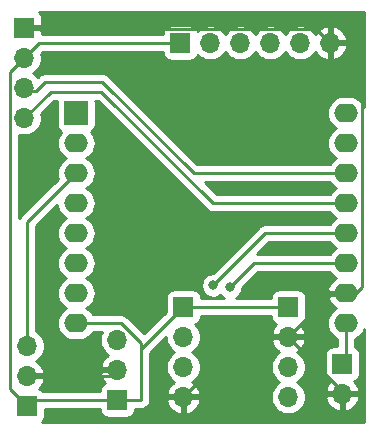
<source format=gbl>
%TF.GenerationSoftware,KiCad,Pcbnew,(5.1.6)-1*%
%TF.CreationDate,2020-09-06T13:06:38-04:00*%
%TF.ProjectId,ResQ KiCad Version,52657351-204b-4694-9361-642056657273,rev?*%
%TF.SameCoordinates,Original*%
%TF.FileFunction,Copper,L2,Bot*%
%TF.FilePolarity,Positive*%
%FSLAX46Y46*%
G04 Gerber Fmt 4.6, Leading zero omitted, Abs format (unit mm)*
G04 Created by KiCad (PCBNEW (5.1.6)-1) date 2020-09-06 13:06:38*
%MOMM*%
%LPD*%
G01*
G04 APERTURE LIST*
%TA.AperFunction,ComponentPad*%
%ADD10O,2.000000X1.600000*%
%TD*%
%TA.AperFunction,ComponentPad*%
%ADD11R,2.000000X2.000000*%
%TD*%
%TA.AperFunction,ComponentPad*%
%ADD12O,1.700000X1.700000*%
%TD*%
%TA.AperFunction,ComponentPad*%
%ADD13R,1.700000X1.700000*%
%TD*%
%TA.AperFunction,ViaPad*%
%ADD14C,0.800000*%
%TD*%
%TA.AperFunction,Conductor*%
%ADD15C,0.250000*%
%TD*%
%TA.AperFunction,Conductor*%
%ADD16C,0.254000*%
%TD*%
G04 APERTURE END LIST*
D10*
%TO.P,U1,16*%
%TO.N,TX*%
X199465001Y-117705001D03*
%TO.P,U1,15*%
%TO.N,RX*%
X199465001Y-120245001D03*
%TO.P,U1,14*%
%TO.N,SCL*%
X199465001Y-122785001D03*
%TO.P,U1,13*%
%TO.N,SDA*%
X199465001Y-125325001D03*
%TO.P,U1,12*%
%TO.N,D3*%
X199465001Y-127865001D03*
%TO.P,U1,11*%
%TO.N,D4*%
X199465001Y-130405001D03*
%TO.P,U1,10*%
%TO.N,GND*%
X199465001Y-132945001D03*
%TO.P,U1,9*%
%TO.N,5V*%
X199465001Y-135485001D03*
%TO.P,U1,8*%
%TO.N,3V3*%
X176605001Y-135485001D03*
%TO.P,U1,7*%
%TO.N,CS*%
X176605001Y-132945001D03*
%TO.P,U1,6*%
%TO.N,MOSI*%
X176605001Y-130405001D03*
%TO.P,U1,5*%
%TO.N,MISO*%
X176605001Y-127865001D03*
%TO.P,U1,4*%
%TO.N,CLK*%
X176605001Y-125325001D03*
%TO.P,U1,3*%
%TO.N,D0*%
X176605001Y-122785001D03*
D11*
%TO.P,U1,1*%
%TO.N,N/C*%
X176605001Y-117705001D03*
D10*
%TO.P,U1,2*%
%TO.N,A0*%
X176605001Y-120245001D03*
%TD*%
D12*
%TO.P,J6,4*%
%TO.N,RX*%
X194564000Y-141732000D03*
%TO.P,J6,3*%
%TO.N,TX*%
X194564000Y-139192000D03*
%TO.P,J6,2*%
%TO.N,GND*%
X194564000Y-136652000D03*
D13*
%TO.P,J6,1*%
%TO.N,3V3*%
X194564000Y-134112000D03*
%TD*%
D12*
%TO.P,B1,2*%
%TO.N,GND*%
X199136000Y-141478000D03*
D13*
%TO.P,B1,1*%
%TO.N,5V*%
X199136000Y-138938000D03*
%TD*%
%TO.P,J1,1*%
%TO.N,3V3*%
X180086000Y-141986000D03*
D12*
%TO.P,J1,2*%
%TO.N,GND*%
X180086000Y-139446000D03*
%TO.P,J1,3*%
%TO.N,A0*%
X180086000Y-136906000D03*
%TD*%
%TO.P,J2,3*%
%TO.N,D0*%
X172466000Y-137414000D03*
%TO.P,J2,2*%
%TO.N,GND*%
X172466000Y-139954000D03*
D13*
%TO.P,J2,1*%
%TO.N,3V3*%
X172466000Y-142494000D03*
%TD*%
D12*
%TO.P,J3,4*%
%TO.N,SDA*%
X172212000Y-118110000D03*
%TO.P,J3,3*%
%TO.N,SCL*%
X172212000Y-115570000D03*
%TO.P,J3,2*%
%TO.N,3V3*%
X172212000Y-113030000D03*
D13*
%TO.P,J3,1*%
%TO.N,GND*%
X172212000Y-110490000D03*
%TD*%
%TO.P,J4,1*%
%TO.N,3V3*%
X185420000Y-111760000D03*
D12*
%TO.P,J4,2*%
%TO.N,CS*%
X187960000Y-111760000D03*
%TO.P,J4,3*%
%TO.N,MOSI*%
X190500000Y-111760000D03*
%TO.P,J4,4*%
%TO.N,CLK*%
X193040000Y-111760000D03*
%TO.P,J4,5*%
%TO.N,MISO*%
X195580000Y-111760000D03*
%TO.P,J4,6*%
%TO.N,GND*%
X198120000Y-111760000D03*
%TD*%
%TO.P,J5,4*%
%TO.N,GND*%
X185674000Y-141732000D03*
%TO.P,J5,3*%
%TO.N,D4*%
X185674000Y-139192000D03*
%TO.P,J5,2*%
%TO.N,D3*%
X185674000Y-136652000D03*
D13*
%TO.P,J5,1*%
%TO.N,3V3*%
X185674000Y-134112000D03*
%TD*%
D14*
%TO.N,GND*%
X183896000Y-130048000D03*
X172466000Y-122936000D03*
X192024000Y-124206000D03*
X193040000Y-129286000D03*
%TO.N,D3*%
X188214000Y-132276998D03*
%TO.N,D4*%
X189611000Y-132461000D03*
%TD*%
D15*
%TO.N,5V*%
X199465001Y-138608999D02*
X199136000Y-138938000D01*
X199465001Y-135485001D02*
X199465001Y-138608999D01*
%TO.N,GND*%
X198120000Y-111760000D02*
X198120000Y-113538000D01*
X200790011Y-116208011D02*
X200790011Y-132457989D01*
X198120000Y-113538000D02*
X200790011Y-116208011D01*
X200302999Y-132945001D02*
X199465001Y-132945001D01*
X200790011Y-132457989D02*
X200302999Y-132945001D01*
X198270999Y-132945001D02*
X199465001Y-132945001D01*
X194564000Y-136652000D02*
X198270999Y-132945001D01*
X199136000Y-141224000D02*
X199136000Y-141478000D01*
X194564000Y-136652000D02*
X199136000Y-141224000D01*
X190754000Y-136652000D02*
X185674000Y-141732000D01*
X194564000Y-136652000D02*
X190754000Y-136652000D01*
X179578000Y-139954000D02*
X180086000Y-139446000D01*
X172466000Y-139954000D02*
X179578000Y-139954000D01*
X172306999Y-110584999D02*
X172212000Y-110490000D01*
X196944999Y-110584999D02*
X172306999Y-110584999D01*
X198120000Y-111760000D02*
X196944999Y-110584999D01*
%TO.N,3V3*%
X173482000Y-111760000D02*
X172212000Y-113030000D01*
X185420000Y-111760000D02*
X173482000Y-111760000D01*
X194564000Y-134112000D02*
X185674000Y-134112000D01*
X180086000Y-141986000D02*
X182118000Y-141986000D01*
X182118000Y-137668000D02*
X185674000Y-134112000D01*
X172974000Y-141986000D02*
X172466000Y-142494000D01*
X180086000Y-141986000D02*
X172974000Y-141986000D01*
X180404003Y-135485001D02*
X182118000Y-137198998D01*
X182118000Y-137198998D02*
X182118000Y-137922000D01*
X176605001Y-135485001D02*
X180404003Y-135485001D01*
X182118000Y-141986000D02*
X182118000Y-137922000D01*
X182118000Y-137922000D02*
X182118000Y-137668000D01*
X171036999Y-141064999D02*
X172466000Y-142494000D01*
X171036999Y-114205001D02*
X171036999Y-141064999D01*
X172212000Y-113030000D02*
X171036999Y-114205001D01*
%TO.N,D0*%
X172466000Y-126924002D02*
X176605001Y-122785001D01*
X172466000Y-137414000D02*
X172466000Y-126924002D01*
%TO.N,SCL*%
X186539001Y-122785001D02*
X199465001Y-122785001D01*
X172466000Y-115824000D02*
X173228000Y-115824000D01*
X172212000Y-115570000D02*
X172466000Y-115824000D01*
X173990000Y-115062000D02*
X178816000Y-115062000D01*
X173228000Y-115824000D02*
X173990000Y-115062000D01*
X178816000Y-115062000D02*
X186539001Y-122785001D01*
%TO.N,SDA*%
X172212000Y-118110000D02*
X174440009Y-115881991D01*
X188191411Y-125325001D02*
X198215001Y-125325001D01*
X198215001Y-125325001D02*
X199465001Y-125325001D01*
X174440009Y-115881991D02*
X178748401Y-115881991D01*
X178748401Y-115881991D02*
X188191411Y-125325001D01*
%TO.N,D3*%
X192625997Y-127865001D02*
X188214000Y-132276998D01*
X199465001Y-127865001D02*
X192625997Y-127865001D01*
X188214000Y-132276998D02*
X188214000Y-132276998D01*
%TO.N,D4*%
X199465001Y-130405001D02*
X191666999Y-130405001D01*
X191666999Y-130405001D02*
X189611000Y-132461000D01*
X189611000Y-132461000D02*
X189484000Y-132588000D01*
%TD*%
D16*
%TO.N,GND*%
G36*
X198066069Y-131206102D02*
G01*
X198245393Y-131424609D01*
X198463900Y-131603933D01*
X198593346Y-131673123D01*
X198575774Y-131680571D01*
X198342339Y-131839328D01*
X198144362Y-132040576D01*
X197989450Y-132276580D01*
X197883557Y-132538271D01*
X197873097Y-132595962D01*
X197995086Y-132818001D01*
X199338001Y-132818001D01*
X199338001Y-132798001D01*
X199592001Y-132798001D01*
X199592001Y-132818001D01*
X199612001Y-132818001D01*
X199612001Y-133072001D01*
X199592001Y-133072001D01*
X199592001Y-133092001D01*
X199338001Y-133092001D01*
X199338001Y-133072001D01*
X197995086Y-133072001D01*
X197873097Y-133294040D01*
X197883557Y-133351731D01*
X197989450Y-133613422D01*
X198144362Y-133849426D01*
X198342339Y-134050674D01*
X198575774Y-134209431D01*
X198593346Y-134216879D01*
X198463900Y-134286069D01*
X198245393Y-134465393D01*
X198066069Y-134683900D01*
X197932819Y-134933193D01*
X197850765Y-135203692D01*
X197823058Y-135485001D01*
X197850765Y-135766310D01*
X197932819Y-136036809D01*
X198066069Y-136286102D01*
X198245393Y-136504609D01*
X198463900Y-136683933D01*
X198705001Y-136812805D01*
X198705002Y-137449928D01*
X198286000Y-137449928D01*
X198161518Y-137462188D01*
X198041820Y-137498498D01*
X197931506Y-137557463D01*
X197834815Y-137636815D01*
X197755463Y-137733506D01*
X197696498Y-137843820D01*
X197660188Y-137963518D01*
X197647928Y-138088000D01*
X197647928Y-139788000D01*
X197660188Y-139912482D01*
X197696498Y-140032180D01*
X197755463Y-140142494D01*
X197834815Y-140239185D01*
X197931506Y-140318537D01*
X198041820Y-140377502D01*
X198122466Y-140401966D01*
X198038412Y-140477731D01*
X197864359Y-140711080D01*
X197739175Y-140973901D01*
X197694524Y-141121110D01*
X197815845Y-141351000D01*
X199009000Y-141351000D01*
X199009000Y-141331000D01*
X199263000Y-141331000D01*
X199263000Y-141351000D01*
X200456155Y-141351000D01*
X200577476Y-141121110D01*
X200532825Y-140973901D01*
X200407641Y-140711080D01*
X200233588Y-140477731D01*
X200149534Y-140401966D01*
X200230180Y-140377502D01*
X200340494Y-140318537D01*
X200437185Y-140239185D01*
X200516537Y-140142494D01*
X200575502Y-140032180D01*
X200611812Y-139912482D01*
X200624072Y-139788000D01*
X200624072Y-138088000D01*
X200611812Y-137963518D01*
X200575502Y-137843820D01*
X200516537Y-137733506D01*
X200437185Y-137636815D01*
X200340494Y-137557463D01*
X200230180Y-137498498D01*
X200225001Y-137496927D01*
X200225001Y-136812804D01*
X200466102Y-136683933D01*
X200684609Y-136504609D01*
X200863933Y-136286102D01*
X200997183Y-136036809D01*
X201016001Y-135974774D01*
X201016001Y-143866000D01*
X173680896Y-143866000D01*
X173767185Y-143795185D01*
X173846537Y-143698494D01*
X173905502Y-143588180D01*
X173941812Y-143468482D01*
X173954072Y-143344000D01*
X173954072Y-142746000D01*
X178597928Y-142746000D01*
X178597928Y-142836000D01*
X178610188Y-142960482D01*
X178646498Y-143080180D01*
X178705463Y-143190494D01*
X178784815Y-143287185D01*
X178881506Y-143366537D01*
X178991820Y-143425502D01*
X179111518Y-143461812D01*
X179236000Y-143474072D01*
X180936000Y-143474072D01*
X181060482Y-143461812D01*
X181180180Y-143425502D01*
X181290494Y-143366537D01*
X181387185Y-143287185D01*
X181466537Y-143190494D01*
X181525502Y-143080180D01*
X181561812Y-142960482D01*
X181574072Y-142836000D01*
X181574072Y-142746000D01*
X182080667Y-142746000D01*
X182118000Y-142749677D01*
X182155333Y-142746000D01*
X182266986Y-142735003D01*
X182410247Y-142691546D01*
X182542276Y-142620974D01*
X182658001Y-142526001D01*
X182752974Y-142410276D01*
X182823546Y-142278247D01*
X182867003Y-142134986D01*
X182871543Y-142088890D01*
X184232524Y-142088890D01*
X184277175Y-142236099D01*
X184402359Y-142498920D01*
X184576412Y-142732269D01*
X184792645Y-142927178D01*
X185042748Y-143076157D01*
X185317109Y-143173481D01*
X185547000Y-143052814D01*
X185547000Y-141859000D01*
X185801000Y-141859000D01*
X185801000Y-143052814D01*
X186030891Y-143173481D01*
X186305252Y-143076157D01*
X186555355Y-142927178D01*
X186771588Y-142732269D01*
X186945641Y-142498920D01*
X187070825Y-142236099D01*
X187115476Y-142088890D01*
X186994155Y-141859000D01*
X185801000Y-141859000D01*
X185547000Y-141859000D01*
X184353845Y-141859000D01*
X184232524Y-142088890D01*
X182871543Y-142088890D01*
X182881677Y-141986000D01*
X182878000Y-141948667D01*
X182878000Y-137982801D01*
X184189000Y-136671802D01*
X184189000Y-136798260D01*
X184246068Y-137085158D01*
X184358010Y-137355411D01*
X184520525Y-137598632D01*
X184727368Y-137805475D01*
X184901760Y-137922000D01*
X184727368Y-138038525D01*
X184520525Y-138245368D01*
X184358010Y-138488589D01*
X184246068Y-138758842D01*
X184189000Y-139045740D01*
X184189000Y-139338260D01*
X184246068Y-139625158D01*
X184358010Y-139895411D01*
X184520525Y-140138632D01*
X184727368Y-140345475D01*
X184909534Y-140467195D01*
X184792645Y-140536822D01*
X184576412Y-140731731D01*
X184402359Y-140965080D01*
X184277175Y-141227901D01*
X184232524Y-141375110D01*
X184353845Y-141605000D01*
X185547000Y-141605000D01*
X185547000Y-141585000D01*
X185801000Y-141585000D01*
X185801000Y-141605000D01*
X186994155Y-141605000D01*
X187115476Y-141375110D01*
X187070825Y-141227901D01*
X186945641Y-140965080D01*
X186771588Y-140731731D01*
X186555355Y-140536822D01*
X186438466Y-140467195D01*
X186620632Y-140345475D01*
X186827475Y-140138632D01*
X186989990Y-139895411D01*
X187101932Y-139625158D01*
X187159000Y-139338260D01*
X187159000Y-139045740D01*
X193079000Y-139045740D01*
X193079000Y-139338260D01*
X193136068Y-139625158D01*
X193248010Y-139895411D01*
X193410525Y-140138632D01*
X193617368Y-140345475D01*
X193791760Y-140462000D01*
X193617368Y-140578525D01*
X193410525Y-140785368D01*
X193248010Y-141028589D01*
X193136068Y-141298842D01*
X193079000Y-141585740D01*
X193079000Y-141878260D01*
X193136068Y-142165158D01*
X193248010Y-142435411D01*
X193410525Y-142678632D01*
X193617368Y-142885475D01*
X193860589Y-143047990D01*
X194130842Y-143159932D01*
X194417740Y-143217000D01*
X194710260Y-143217000D01*
X194997158Y-143159932D01*
X195267411Y-143047990D01*
X195510632Y-142885475D01*
X195717475Y-142678632D01*
X195879990Y-142435411D01*
X195991932Y-142165158D01*
X196049000Y-141878260D01*
X196049000Y-141834890D01*
X197694524Y-141834890D01*
X197739175Y-141982099D01*
X197864359Y-142244920D01*
X198038412Y-142478269D01*
X198254645Y-142673178D01*
X198504748Y-142822157D01*
X198779109Y-142919481D01*
X199009000Y-142798814D01*
X199009000Y-141605000D01*
X199263000Y-141605000D01*
X199263000Y-142798814D01*
X199492891Y-142919481D01*
X199767252Y-142822157D01*
X200017355Y-142673178D01*
X200233588Y-142478269D01*
X200407641Y-142244920D01*
X200532825Y-141982099D01*
X200577476Y-141834890D01*
X200456155Y-141605000D01*
X199263000Y-141605000D01*
X199009000Y-141605000D01*
X197815845Y-141605000D01*
X197694524Y-141834890D01*
X196049000Y-141834890D01*
X196049000Y-141585740D01*
X195991932Y-141298842D01*
X195879990Y-141028589D01*
X195717475Y-140785368D01*
X195510632Y-140578525D01*
X195336240Y-140462000D01*
X195510632Y-140345475D01*
X195717475Y-140138632D01*
X195879990Y-139895411D01*
X195991932Y-139625158D01*
X196049000Y-139338260D01*
X196049000Y-139045740D01*
X195991932Y-138758842D01*
X195879990Y-138488589D01*
X195717475Y-138245368D01*
X195510632Y-138038525D01*
X195328466Y-137916805D01*
X195445355Y-137847178D01*
X195661588Y-137652269D01*
X195835641Y-137418920D01*
X195960825Y-137156099D01*
X196005476Y-137008890D01*
X195884155Y-136779000D01*
X194691000Y-136779000D01*
X194691000Y-136799000D01*
X194437000Y-136799000D01*
X194437000Y-136779000D01*
X193243845Y-136779000D01*
X193122524Y-137008890D01*
X193167175Y-137156099D01*
X193292359Y-137418920D01*
X193466412Y-137652269D01*
X193682645Y-137847178D01*
X193799534Y-137916805D01*
X193617368Y-138038525D01*
X193410525Y-138245368D01*
X193248010Y-138488589D01*
X193136068Y-138758842D01*
X193079000Y-139045740D01*
X187159000Y-139045740D01*
X187101932Y-138758842D01*
X186989990Y-138488589D01*
X186827475Y-138245368D01*
X186620632Y-138038525D01*
X186446240Y-137922000D01*
X186620632Y-137805475D01*
X186827475Y-137598632D01*
X186989990Y-137355411D01*
X187101932Y-137085158D01*
X187159000Y-136798260D01*
X187159000Y-136505740D01*
X187101932Y-136218842D01*
X186989990Y-135948589D01*
X186827475Y-135705368D01*
X186695620Y-135573513D01*
X186768180Y-135551502D01*
X186878494Y-135492537D01*
X186975185Y-135413185D01*
X187054537Y-135316494D01*
X187113502Y-135206180D01*
X187149812Y-135086482D01*
X187162072Y-134962000D01*
X187162072Y-134872000D01*
X193075928Y-134872000D01*
X193075928Y-134962000D01*
X193088188Y-135086482D01*
X193124498Y-135206180D01*
X193183463Y-135316494D01*
X193262815Y-135413185D01*
X193359506Y-135492537D01*
X193469820Y-135551502D01*
X193550466Y-135575966D01*
X193466412Y-135651731D01*
X193292359Y-135885080D01*
X193167175Y-136147901D01*
X193122524Y-136295110D01*
X193243845Y-136525000D01*
X194437000Y-136525000D01*
X194437000Y-136505000D01*
X194691000Y-136505000D01*
X194691000Y-136525000D01*
X195884155Y-136525000D01*
X196005476Y-136295110D01*
X195960825Y-136147901D01*
X195835641Y-135885080D01*
X195661588Y-135651731D01*
X195577534Y-135575966D01*
X195658180Y-135551502D01*
X195768494Y-135492537D01*
X195865185Y-135413185D01*
X195944537Y-135316494D01*
X196003502Y-135206180D01*
X196039812Y-135086482D01*
X196052072Y-134962000D01*
X196052072Y-133262000D01*
X196039812Y-133137518D01*
X196003502Y-133017820D01*
X195944537Y-132907506D01*
X195865185Y-132810815D01*
X195768494Y-132731463D01*
X195658180Y-132672498D01*
X195538482Y-132636188D01*
X195414000Y-132623928D01*
X193714000Y-132623928D01*
X193589518Y-132636188D01*
X193469820Y-132672498D01*
X193359506Y-132731463D01*
X193262815Y-132810815D01*
X193183463Y-132907506D01*
X193124498Y-133017820D01*
X193088188Y-133137518D01*
X193075928Y-133262000D01*
X193075928Y-133352000D01*
X190140475Y-133352000D01*
X190270774Y-133264937D01*
X190414937Y-133120774D01*
X190528205Y-132951256D01*
X190606226Y-132762898D01*
X190646000Y-132562939D01*
X190646000Y-132500801D01*
X191981801Y-131165001D01*
X198044100Y-131165001D01*
X198066069Y-131206102D01*
G37*
X198066069Y-131206102D02*
X198245393Y-131424609D01*
X198463900Y-131603933D01*
X198593346Y-131673123D01*
X198575774Y-131680571D01*
X198342339Y-131839328D01*
X198144362Y-132040576D01*
X197989450Y-132276580D01*
X197883557Y-132538271D01*
X197873097Y-132595962D01*
X197995086Y-132818001D01*
X199338001Y-132818001D01*
X199338001Y-132798001D01*
X199592001Y-132798001D01*
X199592001Y-132818001D01*
X199612001Y-132818001D01*
X199612001Y-133072001D01*
X199592001Y-133072001D01*
X199592001Y-133092001D01*
X199338001Y-133092001D01*
X199338001Y-133072001D01*
X197995086Y-133072001D01*
X197873097Y-133294040D01*
X197883557Y-133351731D01*
X197989450Y-133613422D01*
X198144362Y-133849426D01*
X198342339Y-134050674D01*
X198575774Y-134209431D01*
X198593346Y-134216879D01*
X198463900Y-134286069D01*
X198245393Y-134465393D01*
X198066069Y-134683900D01*
X197932819Y-134933193D01*
X197850765Y-135203692D01*
X197823058Y-135485001D01*
X197850765Y-135766310D01*
X197932819Y-136036809D01*
X198066069Y-136286102D01*
X198245393Y-136504609D01*
X198463900Y-136683933D01*
X198705001Y-136812805D01*
X198705002Y-137449928D01*
X198286000Y-137449928D01*
X198161518Y-137462188D01*
X198041820Y-137498498D01*
X197931506Y-137557463D01*
X197834815Y-137636815D01*
X197755463Y-137733506D01*
X197696498Y-137843820D01*
X197660188Y-137963518D01*
X197647928Y-138088000D01*
X197647928Y-139788000D01*
X197660188Y-139912482D01*
X197696498Y-140032180D01*
X197755463Y-140142494D01*
X197834815Y-140239185D01*
X197931506Y-140318537D01*
X198041820Y-140377502D01*
X198122466Y-140401966D01*
X198038412Y-140477731D01*
X197864359Y-140711080D01*
X197739175Y-140973901D01*
X197694524Y-141121110D01*
X197815845Y-141351000D01*
X199009000Y-141351000D01*
X199009000Y-141331000D01*
X199263000Y-141331000D01*
X199263000Y-141351000D01*
X200456155Y-141351000D01*
X200577476Y-141121110D01*
X200532825Y-140973901D01*
X200407641Y-140711080D01*
X200233588Y-140477731D01*
X200149534Y-140401966D01*
X200230180Y-140377502D01*
X200340494Y-140318537D01*
X200437185Y-140239185D01*
X200516537Y-140142494D01*
X200575502Y-140032180D01*
X200611812Y-139912482D01*
X200624072Y-139788000D01*
X200624072Y-138088000D01*
X200611812Y-137963518D01*
X200575502Y-137843820D01*
X200516537Y-137733506D01*
X200437185Y-137636815D01*
X200340494Y-137557463D01*
X200230180Y-137498498D01*
X200225001Y-137496927D01*
X200225001Y-136812804D01*
X200466102Y-136683933D01*
X200684609Y-136504609D01*
X200863933Y-136286102D01*
X200997183Y-136036809D01*
X201016001Y-135974774D01*
X201016001Y-143866000D01*
X173680896Y-143866000D01*
X173767185Y-143795185D01*
X173846537Y-143698494D01*
X173905502Y-143588180D01*
X173941812Y-143468482D01*
X173954072Y-143344000D01*
X173954072Y-142746000D01*
X178597928Y-142746000D01*
X178597928Y-142836000D01*
X178610188Y-142960482D01*
X178646498Y-143080180D01*
X178705463Y-143190494D01*
X178784815Y-143287185D01*
X178881506Y-143366537D01*
X178991820Y-143425502D01*
X179111518Y-143461812D01*
X179236000Y-143474072D01*
X180936000Y-143474072D01*
X181060482Y-143461812D01*
X181180180Y-143425502D01*
X181290494Y-143366537D01*
X181387185Y-143287185D01*
X181466537Y-143190494D01*
X181525502Y-143080180D01*
X181561812Y-142960482D01*
X181574072Y-142836000D01*
X181574072Y-142746000D01*
X182080667Y-142746000D01*
X182118000Y-142749677D01*
X182155333Y-142746000D01*
X182266986Y-142735003D01*
X182410247Y-142691546D01*
X182542276Y-142620974D01*
X182658001Y-142526001D01*
X182752974Y-142410276D01*
X182823546Y-142278247D01*
X182867003Y-142134986D01*
X182871543Y-142088890D01*
X184232524Y-142088890D01*
X184277175Y-142236099D01*
X184402359Y-142498920D01*
X184576412Y-142732269D01*
X184792645Y-142927178D01*
X185042748Y-143076157D01*
X185317109Y-143173481D01*
X185547000Y-143052814D01*
X185547000Y-141859000D01*
X185801000Y-141859000D01*
X185801000Y-143052814D01*
X186030891Y-143173481D01*
X186305252Y-143076157D01*
X186555355Y-142927178D01*
X186771588Y-142732269D01*
X186945641Y-142498920D01*
X187070825Y-142236099D01*
X187115476Y-142088890D01*
X186994155Y-141859000D01*
X185801000Y-141859000D01*
X185547000Y-141859000D01*
X184353845Y-141859000D01*
X184232524Y-142088890D01*
X182871543Y-142088890D01*
X182881677Y-141986000D01*
X182878000Y-141948667D01*
X182878000Y-137982801D01*
X184189000Y-136671802D01*
X184189000Y-136798260D01*
X184246068Y-137085158D01*
X184358010Y-137355411D01*
X184520525Y-137598632D01*
X184727368Y-137805475D01*
X184901760Y-137922000D01*
X184727368Y-138038525D01*
X184520525Y-138245368D01*
X184358010Y-138488589D01*
X184246068Y-138758842D01*
X184189000Y-139045740D01*
X184189000Y-139338260D01*
X184246068Y-139625158D01*
X184358010Y-139895411D01*
X184520525Y-140138632D01*
X184727368Y-140345475D01*
X184909534Y-140467195D01*
X184792645Y-140536822D01*
X184576412Y-140731731D01*
X184402359Y-140965080D01*
X184277175Y-141227901D01*
X184232524Y-141375110D01*
X184353845Y-141605000D01*
X185547000Y-141605000D01*
X185547000Y-141585000D01*
X185801000Y-141585000D01*
X185801000Y-141605000D01*
X186994155Y-141605000D01*
X187115476Y-141375110D01*
X187070825Y-141227901D01*
X186945641Y-140965080D01*
X186771588Y-140731731D01*
X186555355Y-140536822D01*
X186438466Y-140467195D01*
X186620632Y-140345475D01*
X186827475Y-140138632D01*
X186989990Y-139895411D01*
X187101932Y-139625158D01*
X187159000Y-139338260D01*
X187159000Y-139045740D01*
X193079000Y-139045740D01*
X193079000Y-139338260D01*
X193136068Y-139625158D01*
X193248010Y-139895411D01*
X193410525Y-140138632D01*
X193617368Y-140345475D01*
X193791760Y-140462000D01*
X193617368Y-140578525D01*
X193410525Y-140785368D01*
X193248010Y-141028589D01*
X193136068Y-141298842D01*
X193079000Y-141585740D01*
X193079000Y-141878260D01*
X193136068Y-142165158D01*
X193248010Y-142435411D01*
X193410525Y-142678632D01*
X193617368Y-142885475D01*
X193860589Y-143047990D01*
X194130842Y-143159932D01*
X194417740Y-143217000D01*
X194710260Y-143217000D01*
X194997158Y-143159932D01*
X195267411Y-143047990D01*
X195510632Y-142885475D01*
X195717475Y-142678632D01*
X195879990Y-142435411D01*
X195991932Y-142165158D01*
X196049000Y-141878260D01*
X196049000Y-141834890D01*
X197694524Y-141834890D01*
X197739175Y-141982099D01*
X197864359Y-142244920D01*
X198038412Y-142478269D01*
X198254645Y-142673178D01*
X198504748Y-142822157D01*
X198779109Y-142919481D01*
X199009000Y-142798814D01*
X199009000Y-141605000D01*
X199263000Y-141605000D01*
X199263000Y-142798814D01*
X199492891Y-142919481D01*
X199767252Y-142822157D01*
X200017355Y-142673178D01*
X200233588Y-142478269D01*
X200407641Y-142244920D01*
X200532825Y-141982099D01*
X200577476Y-141834890D01*
X200456155Y-141605000D01*
X199263000Y-141605000D01*
X199009000Y-141605000D01*
X197815845Y-141605000D01*
X197694524Y-141834890D01*
X196049000Y-141834890D01*
X196049000Y-141585740D01*
X195991932Y-141298842D01*
X195879990Y-141028589D01*
X195717475Y-140785368D01*
X195510632Y-140578525D01*
X195336240Y-140462000D01*
X195510632Y-140345475D01*
X195717475Y-140138632D01*
X195879990Y-139895411D01*
X195991932Y-139625158D01*
X196049000Y-139338260D01*
X196049000Y-139045740D01*
X195991932Y-138758842D01*
X195879990Y-138488589D01*
X195717475Y-138245368D01*
X195510632Y-138038525D01*
X195328466Y-137916805D01*
X195445355Y-137847178D01*
X195661588Y-137652269D01*
X195835641Y-137418920D01*
X195960825Y-137156099D01*
X196005476Y-137008890D01*
X195884155Y-136779000D01*
X194691000Y-136779000D01*
X194691000Y-136799000D01*
X194437000Y-136799000D01*
X194437000Y-136779000D01*
X193243845Y-136779000D01*
X193122524Y-137008890D01*
X193167175Y-137156099D01*
X193292359Y-137418920D01*
X193466412Y-137652269D01*
X193682645Y-137847178D01*
X193799534Y-137916805D01*
X193617368Y-138038525D01*
X193410525Y-138245368D01*
X193248010Y-138488589D01*
X193136068Y-138758842D01*
X193079000Y-139045740D01*
X187159000Y-139045740D01*
X187101932Y-138758842D01*
X186989990Y-138488589D01*
X186827475Y-138245368D01*
X186620632Y-138038525D01*
X186446240Y-137922000D01*
X186620632Y-137805475D01*
X186827475Y-137598632D01*
X186989990Y-137355411D01*
X187101932Y-137085158D01*
X187159000Y-136798260D01*
X187159000Y-136505740D01*
X187101932Y-136218842D01*
X186989990Y-135948589D01*
X186827475Y-135705368D01*
X186695620Y-135573513D01*
X186768180Y-135551502D01*
X186878494Y-135492537D01*
X186975185Y-135413185D01*
X187054537Y-135316494D01*
X187113502Y-135206180D01*
X187149812Y-135086482D01*
X187162072Y-134962000D01*
X187162072Y-134872000D01*
X193075928Y-134872000D01*
X193075928Y-134962000D01*
X193088188Y-135086482D01*
X193124498Y-135206180D01*
X193183463Y-135316494D01*
X193262815Y-135413185D01*
X193359506Y-135492537D01*
X193469820Y-135551502D01*
X193550466Y-135575966D01*
X193466412Y-135651731D01*
X193292359Y-135885080D01*
X193167175Y-136147901D01*
X193122524Y-136295110D01*
X193243845Y-136525000D01*
X194437000Y-136525000D01*
X194437000Y-136505000D01*
X194691000Y-136505000D01*
X194691000Y-136525000D01*
X195884155Y-136525000D01*
X196005476Y-136295110D01*
X195960825Y-136147901D01*
X195835641Y-135885080D01*
X195661588Y-135651731D01*
X195577534Y-135575966D01*
X195658180Y-135551502D01*
X195768494Y-135492537D01*
X195865185Y-135413185D01*
X195944537Y-135316494D01*
X196003502Y-135206180D01*
X196039812Y-135086482D01*
X196052072Y-134962000D01*
X196052072Y-133262000D01*
X196039812Y-133137518D01*
X196003502Y-133017820D01*
X195944537Y-132907506D01*
X195865185Y-132810815D01*
X195768494Y-132731463D01*
X195658180Y-132672498D01*
X195538482Y-132636188D01*
X195414000Y-132623928D01*
X193714000Y-132623928D01*
X193589518Y-132636188D01*
X193469820Y-132672498D01*
X193359506Y-132731463D01*
X193262815Y-132810815D01*
X193183463Y-132907506D01*
X193124498Y-133017820D01*
X193088188Y-133137518D01*
X193075928Y-133262000D01*
X193075928Y-133352000D01*
X190140475Y-133352000D01*
X190270774Y-133264937D01*
X190414937Y-133120774D01*
X190528205Y-132951256D01*
X190606226Y-132762898D01*
X190646000Y-132562939D01*
X190646000Y-132500801D01*
X191981801Y-131165001D01*
X198044100Y-131165001D01*
X198066069Y-131206102D01*
G36*
X174990765Y-125606310D02*
G01*
X175072819Y-125876809D01*
X175206069Y-126126102D01*
X175385393Y-126344609D01*
X175603900Y-126523933D01*
X175736859Y-126595001D01*
X175603900Y-126666069D01*
X175385393Y-126845393D01*
X175206069Y-127063900D01*
X175072819Y-127313193D01*
X174990765Y-127583692D01*
X174963058Y-127865001D01*
X174990765Y-128146310D01*
X175072819Y-128416809D01*
X175206069Y-128666102D01*
X175385393Y-128884609D01*
X175603900Y-129063933D01*
X175736859Y-129135001D01*
X175603900Y-129206069D01*
X175385393Y-129385393D01*
X175206069Y-129603900D01*
X175072819Y-129853193D01*
X174990765Y-130123692D01*
X174963058Y-130405001D01*
X174990765Y-130686310D01*
X175072819Y-130956809D01*
X175206069Y-131206102D01*
X175385393Y-131424609D01*
X175603900Y-131603933D01*
X175736859Y-131675001D01*
X175603900Y-131746069D01*
X175385393Y-131925393D01*
X175206069Y-132143900D01*
X175072819Y-132393193D01*
X174990765Y-132663692D01*
X174963058Y-132945001D01*
X174990765Y-133226310D01*
X175072819Y-133496809D01*
X175206069Y-133746102D01*
X175385393Y-133964609D01*
X175603900Y-134143933D01*
X175736859Y-134215001D01*
X175603900Y-134286069D01*
X175385393Y-134465393D01*
X175206069Y-134683900D01*
X175072819Y-134933193D01*
X174990765Y-135203692D01*
X174963058Y-135485001D01*
X174990765Y-135766310D01*
X175072819Y-136036809D01*
X175206069Y-136286102D01*
X175385393Y-136504609D01*
X175603900Y-136683933D01*
X175853193Y-136817183D01*
X176123692Y-136899237D01*
X176334509Y-136920001D01*
X176875493Y-136920001D01*
X177086310Y-136899237D01*
X177356809Y-136817183D01*
X177606102Y-136683933D01*
X177824609Y-136504609D01*
X178003933Y-136286102D01*
X178025902Y-136245001D01*
X178752442Y-136245001D01*
X178658068Y-136472842D01*
X178601000Y-136759740D01*
X178601000Y-137052260D01*
X178658068Y-137339158D01*
X178770010Y-137609411D01*
X178932525Y-137852632D01*
X179139368Y-138059475D01*
X179321534Y-138181195D01*
X179204645Y-138250822D01*
X178988412Y-138445731D01*
X178814359Y-138679080D01*
X178689175Y-138941901D01*
X178644524Y-139089110D01*
X178765845Y-139319000D01*
X179959000Y-139319000D01*
X179959000Y-139299000D01*
X180213000Y-139299000D01*
X180213000Y-139319000D01*
X180233000Y-139319000D01*
X180233000Y-139573000D01*
X180213000Y-139573000D01*
X180213000Y-139593000D01*
X179959000Y-139593000D01*
X179959000Y-139573000D01*
X178765845Y-139573000D01*
X178644524Y-139802890D01*
X178689175Y-139950099D01*
X178814359Y-140212920D01*
X178988412Y-140446269D01*
X179072466Y-140522034D01*
X178991820Y-140546498D01*
X178881506Y-140605463D01*
X178784815Y-140684815D01*
X178705463Y-140781506D01*
X178646498Y-140891820D01*
X178610188Y-141011518D01*
X178597928Y-141136000D01*
X178597928Y-141226000D01*
X173794419Y-141226000D01*
X173767185Y-141192815D01*
X173670494Y-141113463D01*
X173560180Y-141054498D01*
X173479534Y-141030034D01*
X173563588Y-140954269D01*
X173737641Y-140720920D01*
X173862825Y-140458099D01*
X173907476Y-140310890D01*
X173786155Y-140081000D01*
X172593000Y-140081000D01*
X172593000Y-140101000D01*
X172339000Y-140101000D01*
X172339000Y-140081000D01*
X172319000Y-140081000D01*
X172319000Y-139827000D01*
X172339000Y-139827000D01*
X172339000Y-139807000D01*
X172593000Y-139807000D01*
X172593000Y-139827000D01*
X173786155Y-139827000D01*
X173907476Y-139597110D01*
X173862825Y-139449901D01*
X173737641Y-139187080D01*
X173563588Y-138953731D01*
X173347355Y-138758822D01*
X173230466Y-138689195D01*
X173412632Y-138567475D01*
X173619475Y-138360632D01*
X173781990Y-138117411D01*
X173893932Y-137847158D01*
X173951000Y-137560260D01*
X173951000Y-137267740D01*
X173893932Y-136980842D01*
X173781990Y-136710589D01*
X173619475Y-136467368D01*
X173412632Y-136260525D01*
X173226000Y-136135822D01*
X173226000Y-127238803D01*
X174978905Y-125485898D01*
X174990765Y-125606310D01*
G37*
X174990765Y-125606310D02*
X175072819Y-125876809D01*
X175206069Y-126126102D01*
X175385393Y-126344609D01*
X175603900Y-126523933D01*
X175736859Y-126595001D01*
X175603900Y-126666069D01*
X175385393Y-126845393D01*
X175206069Y-127063900D01*
X175072819Y-127313193D01*
X174990765Y-127583692D01*
X174963058Y-127865001D01*
X174990765Y-128146310D01*
X175072819Y-128416809D01*
X175206069Y-128666102D01*
X175385393Y-128884609D01*
X175603900Y-129063933D01*
X175736859Y-129135001D01*
X175603900Y-129206069D01*
X175385393Y-129385393D01*
X175206069Y-129603900D01*
X175072819Y-129853193D01*
X174990765Y-130123692D01*
X174963058Y-130405001D01*
X174990765Y-130686310D01*
X175072819Y-130956809D01*
X175206069Y-131206102D01*
X175385393Y-131424609D01*
X175603900Y-131603933D01*
X175736859Y-131675001D01*
X175603900Y-131746069D01*
X175385393Y-131925393D01*
X175206069Y-132143900D01*
X175072819Y-132393193D01*
X174990765Y-132663692D01*
X174963058Y-132945001D01*
X174990765Y-133226310D01*
X175072819Y-133496809D01*
X175206069Y-133746102D01*
X175385393Y-133964609D01*
X175603900Y-134143933D01*
X175736859Y-134215001D01*
X175603900Y-134286069D01*
X175385393Y-134465393D01*
X175206069Y-134683900D01*
X175072819Y-134933193D01*
X174990765Y-135203692D01*
X174963058Y-135485001D01*
X174990765Y-135766310D01*
X175072819Y-136036809D01*
X175206069Y-136286102D01*
X175385393Y-136504609D01*
X175603900Y-136683933D01*
X175853193Y-136817183D01*
X176123692Y-136899237D01*
X176334509Y-136920001D01*
X176875493Y-136920001D01*
X177086310Y-136899237D01*
X177356809Y-136817183D01*
X177606102Y-136683933D01*
X177824609Y-136504609D01*
X178003933Y-136286102D01*
X178025902Y-136245001D01*
X178752442Y-136245001D01*
X178658068Y-136472842D01*
X178601000Y-136759740D01*
X178601000Y-137052260D01*
X178658068Y-137339158D01*
X178770010Y-137609411D01*
X178932525Y-137852632D01*
X179139368Y-138059475D01*
X179321534Y-138181195D01*
X179204645Y-138250822D01*
X178988412Y-138445731D01*
X178814359Y-138679080D01*
X178689175Y-138941901D01*
X178644524Y-139089110D01*
X178765845Y-139319000D01*
X179959000Y-139319000D01*
X179959000Y-139299000D01*
X180213000Y-139299000D01*
X180213000Y-139319000D01*
X180233000Y-139319000D01*
X180233000Y-139573000D01*
X180213000Y-139573000D01*
X180213000Y-139593000D01*
X179959000Y-139593000D01*
X179959000Y-139573000D01*
X178765845Y-139573000D01*
X178644524Y-139802890D01*
X178689175Y-139950099D01*
X178814359Y-140212920D01*
X178988412Y-140446269D01*
X179072466Y-140522034D01*
X178991820Y-140546498D01*
X178881506Y-140605463D01*
X178784815Y-140684815D01*
X178705463Y-140781506D01*
X178646498Y-140891820D01*
X178610188Y-141011518D01*
X178597928Y-141136000D01*
X178597928Y-141226000D01*
X173794419Y-141226000D01*
X173767185Y-141192815D01*
X173670494Y-141113463D01*
X173560180Y-141054498D01*
X173479534Y-141030034D01*
X173563588Y-140954269D01*
X173737641Y-140720920D01*
X173862825Y-140458099D01*
X173907476Y-140310890D01*
X173786155Y-140081000D01*
X172593000Y-140081000D01*
X172593000Y-140101000D01*
X172339000Y-140101000D01*
X172339000Y-140081000D01*
X172319000Y-140081000D01*
X172319000Y-139827000D01*
X172339000Y-139827000D01*
X172339000Y-139807000D01*
X172593000Y-139807000D01*
X172593000Y-139827000D01*
X173786155Y-139827000D01*
X173907476Y-139597110D01*
X173862825Y-139449901D01*
X173737641Y-139187080D01*
X173563588Y-138953731D01*
X173347355Y-138758822D01*
X173230466Y-138689195D01*
X173412632Y-138567475D01*
X173619475Y-138360632D01*
X173781990Y-138117411D01*
X173893932Y-137847158D01*
X173951000Y-137560260D01*
X173951000Y-137267740D01*
X173893932Y-136980842D01*
X173781990Y-136710589D01*
X173619475Y-136467368D01*
X173412632Y-136260525D01*
X173226000Y-136135822D01*
X173226000Y-127238803D01*
X174978905Y-125485898D01*
X174990765Y-125606310D01*
G36*
X187627612Y-125836004D02*
G01*
X187651410Y-125865002D01*
X187767135Y-125959975D01*
X187899164Y-126030547D01*
X188042425Y-126074004D01*
X188154078Y-126085001D01*
X188154088Y-126085001D01*
X188191411Y-126088677D01*
X188228734Y-126085001D01*
X198044100Y-126085001D01*
X198066069Y-126126102D01*
X198245393Y-126344609D01*
X198463900Y-126523933D01*
X198596859Y-126595001D01*
X198463900Y-126666069D01*
X198245393Y-126845393D01*
X198066069Y-127063900D01*
X198044100Y-127105001D01*
X192663319Y-127105001D01*
X192625997Y-127101325D01*
X192588674Y-127105001D01*
X192588664Y-127105001D01*
X192477011Y-127115998D01*
X192333750Y-127159455D01*
X192201720Y-127230027D01*
X192118080Y-127298669D01*
X192085996Y-127325000D01*
X192062198Y-127353998D01*
X188174199Y-131241998D01*
X188112061Y-131241998D01*
X187912102Y-131281772D01*
X187723744Y-131359793D01*
X187554226Y-131473061D01*
X187410063Y-131617224D01*
X187296795Y-131786742D01*
X187218774Y-131975100D01*
X187179000Y-132175059D01*
X187179000Y-132378937D01*
X187218774Y-132578896D01*
X187296795Y-132767254D01*
X187410063Y-132936772D01*
X187554226Y-133080935D01*
X187723744Y-133194203D01*
X187912102Y-133272224D01*
X188112061Y-133311998D01*
X188315939Y-133311998D01*
X188515898Y-133272224D01*
X188704256Y-133194203D01*
X188809902Y-133123613D01*
X188951226Y-133264937D01*
X189081525Y-133352000D01*
X187162072Y-133352000D01*
X187162072Y-133262000D01*
X187149812Y-133137518D01*
X187113502Y-133017820D01*
X187054537Y-132907506D01*
X186975185Y-132810815D01*
X186878494Y-132731463D01*
X186768180Y-132672498D01*
X186648482Y-132636188D01*
X186524000Y-132623928D01*
X184824000Y-132623928D01*
X184699518Y-132636188D01*
X184579820Y-132672498D01*
X184469506Y-132731463D01*
X184372815Y-132810815D01*
X184293463Y-132907506D01*
X184234498Y-133017820D01*
X184198188Y-133137518D01*
X184185928Y-133262000D01*
X184185928Y-134525270D01*
X182352501Y-136358697D01*
X180967807Y-134974004D01*
X180944004Y-134945000D01*
X180828279Y-134850027D01*
X180696250Y-134779455D01*
X180552989Y-134735998D01*
X180441336Y-134725001D01*
X180441325Y-134725001D01*
X180404003Y-134721325D01*
X180366681Y-134725001D01*
X178025902Y-134725001D01*
X178003933Y-134683900D01*
X177824609Y-134465393D01*
X177606102Y-134286069D01*
X177473143Y-134215001D01*
X177606102Y-134143933D01*
X177824609Y-133964609D01*
X178003933Y-133746102D01*
X178137183Y-133496809D01*
X178219237Y-133226310D01*
X178246944Y-132945001D01*
X178219237Y-132663692D01*
X178137183Y-132393193D01*
X178003933Y-132143900D01*
X177824609Y-131925393D01*
X177606102Y-131746069D01*
X177473143Y-131675001D01*
X177606102Y-131603933D01*
X177824609Y-131424609D01*
X178003933Y-131206102D01*
X178137183Y-130956809D01*
X178219237Y-130686310D01*
X178246944Y-130405001D01*
X178219237Y-130123692D01*
X178137183Y-129853193D01*
X178003933Y-129603900D01*
X177824609Y-129385393D01*
X177606102Y-129206069D01*
X177473143Y-129135001D01*
X177606102Y-129063933D01*
X177824609Y-128884609D01*
X178003933Y-128666102D01*
X178137183Y-128416809D01*
X178219237Y-128146310D01*
X178246944Y-127865001D01*
X178219237Y-127583692D01*
X178137183Y-127313193D01*
X178003933Y-127063900D01*
X177824609Y-126845393D01*
X177606102Y-126666069D01*
X177473143Y-126595001D01*
X177606102Y-126523933D01*
X177824609Y-126344609D01*
X178003933Y-126126102D01*
X178137183Y-125876809D01*
X178219237Y-125606310D01*
X178246944Y-125325001D01*
X178219237Y-125043692D01*
X178137183Y-124773193D01*
X178003933Y-124523900D01*
X177824609Y-124305393D01*
X177606102Y-124126069D01*
X177473143Y-124055001D01*
X177606102Y-123983933D01*
X177824609Y-123804609D01*
X178003933Y-123586102D01*
X178137183Y-123336809D01*
X178219237Y-123066310D01*
X178246944Y-122785001D01*
X178219237Y-122503692D01*
X178137183Y-122233193D01*
X178003933Y-121983900D01*
X177824609Y-121765393D01*
X177606102Y-121586069D01*
X177473143Y-121515001D01*
X177606102Y-121443933D01*
X177824609Y-121264609D01*
X178003933Y-121046102D01*
X178137183Y-120796809D01*
X178219237Y-120526310D01*
X178246944Y-120245001D01*
X178219237Y-119963692D01*
X178137183Y-119693193D01*
X178003933Y-119443900D01*
X177871525Y-119282560D01*
X177959495Y-119235538D01*
X178056186Y-119156186D01*
X178135538Y-119059495D01*
X178194503Y-118949181D01*
X178230813Y-118829483D01*
X178243073Y-118705001D01*
X178243073Y-116705001D01*
X178236867Y-116641991D01*
X178433600Y-116641991D01*
X187627612Y-125836004D01*
G37*
X187627612Y-125836004D02*
X187651410Y-125865002D01*
X187767135Y-125959975D01*
X187899164Y-126030547D01*
X188042425Y-126074004D01*
X188154078Y-126085001D01*
X188154088Y-126085001D01*
X188191411Y-126088677D01*
X188228734Y-126085001D01*
X198044100Y-126085001D01*
X198066069Y-126126102D01*
X198245393Y-126344609D01*
X198463900Y-126523933D01*
X198596859Y-126595001D01*
X198463900Y-126666069D01*
X198245393Y-126845393D01*
X198066069Y-127063900D01*
X198044100Y-127105001D01*
X192663319Y-127105001D01*
X192625997Y-127101325D01*
X192588674Y-127105001D01*
X192588664Y-127105001D01*
X192477011Y-127115998D01*
X192333750Y-127159455D01*
X192201720Y-127230027D01*
X192118080Y-127298669D01*
X192085996Y-127325000D01*
X192062198Y-127353998D01*
X188174199Y-131241998D01*
X188112061Y-131241998D01*
X187912102Y-131281772D01*
X187723744Y-131359793D01*
X187554226Y-131473061D01*
X187410063Y-131617224D01*
X187296795Y-131786742D01*
X187218774Y-131975100D01*
X187179000Y-132175059D01*
X187179000Y-132378937D01*
X187218774Y-132578896D01*
X187296795Y-132767254D01*
X187410063Y-132936772D01*
X187554226Y-133080935D01*
X187723744Y-133194203D01*
X187912102Y-133272224D01*
X188112061Y-133311998D01*
X188315939Y-133311998D01*
X188515898Y-133272224D01*
X188704256Y-133194203D01*
X188809902Y-133123613D01*
X188951226Y-133264937D01*
X189081525Y-133352000D01*
X187162072Y-133352000D01*
X187162072Y-133262000D01*
X187149812Y-133137518D01*
X187113502Y-133017820D01*
X187054537Y-132907506D01*
X186975185Y-132810815D01*
X186878494Y-132731463D01*
X186768180Y-132672498D01*
X186648482Y-132636188D01*
X186524000Y-132623928D01*
X184824000Y-132623928D01*
X184699518Y-132636188D01*
X184579820Y-132672498D01*
X184469506Y-132731463D01*
X184372815Y-132810815D01*
X184293463Y-132907506D01*
X184234498Y-133017820D01*
X184198188Y-133137518D01*
X184185928Y-133262000D01*
X184185928Y-134525270D01*
X182352501Y-136358697D01*
X180967807Y-134974004D01*
X180944004Y-134945000D01*
X180828279Y-134850027D01*
X180696250Y-134779455D01*
X180552989Y-134735998D01*
X180441336Y-134725001D01*
X180441325Y-134725001D01*
X180404003Y-134721325D01*
X180366681Y-134725001D01*
X178025902Y-134725001D01*
X178003933Y-134683900D01*
X177824609Y-134465393D01*
X177606102Y-134286069D01*
X177473143Y-134215001D01*
X177606102Y-134143933D01*
X177824609Y-133964609D01*
X178003933Y-133746102D01*
X178137183Y-133496809D01*
X178219237Y-133226310D01*
X178246944Y-132945001D01*
X178219237Y-132663692D01*
X178137183Y-132393193D01*
X178003933Y-132143900D01*
X177824609Y-131925393D01*
X177606102Y-131746069D01*
X177473143Y-131675001D01*
X177606102Y-131603933D01*
X177824609Y-131424609D01*
X178003933Y-131206102D01*
X178137183Y-130956809D01*
X178219237Y-130686310D01*
X178246944Y-130405001D01*
X178219237Y-130123692D01*
X178137183Y-129853193D01*
X178003933Y-129603900D01*
X177824609Y-129385393D01*
X177606102Y-129206069D01*
X177473143Y-129135001D01*
X177606102Y-129063933D01*
X177824609Y-128884609D01*
X178003933Y-128666102D01*
X178137183Y-128416809D01*
X178219237Y-128146310D01*
X178246944Y-127865001D01*
X178219237Y-127583692D01*
X178137183Y-127313193D01*
X178003933Y-127063900D01*
X177824609Y-126845393D01*
X177606102Y-126666069D01*
X177473143Y-126595001D01*
X177606102Y-126523933D01*
X177824609Y-126344609D01*
X178003933Y-126126102D01*
X178137183Y-125876809D01*
X178219237Y-125606310D01*
X178246944Y-125325001D01*
X178219237Y-125043692D01*
X178137183Y-124773193D01*
X178003933Y-124523900D01*
X177824609Y-124305393D01*
X177606102Y-124126069D01*
X177473143Y-124055001D01*
X177606102Y-123983933D01*
X177824609Y-123804609D01*
X178003933Y-123586102D01*
X178137183Y-123336809D01*
X178219237Y-123066310D01*
X178246944Y-122785001D01*
X178219237Y-122503692D01*
X178137183Y-122233193D01*
X178003933Y-121983900D01*
X177824609Y-121765393D01*
X177606102Y-121586069D01*
X177473143Y-121515001D01*
X177606102Y-121443933D01*
X177824609Y-121264609D01*
X178003933Y-121046102D01*
X178137183Y-120796809D01*
X178219237Y-120526310D01*
X178246944Y-120245001D01*
X178219237Y-119963692D01*
X178137183Y-119693193D01*
X178003933Y-119443900D01*
X177871525Y-119282560D01*
X177959495Y-119235538D01*
X178056186Y-119156186D01*
X178135538Y-119059495D01*
X178194503Y-118949181D01*
X178230813Y-118829483D01*
X178243073Y-118705001D01*
X178243073Y-116705001D01*
X178236867Y-116641991D01*
X178433600Y-116641991D01*
X187627612Y-125836004D01*
G36*
X198066069Y-128666102D02*
G01*
X198245393Y-128884609D01*
X198463900Y-129063933D01*
X198596859Y-129135001D01*
X198463900Y-129206069D01*
X198245393Y-129385393D01*
X198066069Y-129603900D01*
X198044100Y-129645001D01*
X191920799Y-129645001D01*
X192940799Y-128625001D01*
X198044100Y-128625001D01*
X198066069Y-128666102D01*
G37*
X198066069Y-128666102D02*
X198245393Y-128884609D01*
X198463900Y-129063933D01*
X198596859Y-129135001D01*
X198463900Y-129206069D01*
X198245393Y-129385393D01*
X198066069Y-129603900D01*
X198044100Y-129645001D01*
X191920799Y-129645001D01*
X192940799Y-128625001D01*
X198044100Y-128625001D01*
X198066069Y-128666102D01*
G36*
X174966929Y-116705001D02*
G01*
X174966929Y-118705001D01*
X174979189Y-118829483D01*
X175015499Y-118949181D01*
X175074464Y-119059495D01*
X175153816Y-119156186D01*
X175250507Y-119235538D01*
X175338477Y-119282560D01*
X175206069Y-119443900D01*
X175072819Y-119693193D01*
X174990765Y-119963692D01*
X174963058Y-120245001D01*
X174990765Y-120526310D01*
X175072819Y-120796809D01*
X175206069Y-121046102D01*
X175385393Y-121264609D01*
X175603900Y-121443933D01*
X175736859Y-121515001D01*
X175603900Y-121586069D01*
X175385393Y-121765393D01*
X175206069Y-121983900D01*
X175072819Y-122233193D01*
X174990765Y-122503692D01*
X174963058Y-122785001D01*
X174990765Y-123066310D01*
X175050842Y-123264359D01*
X171954998Y-126360203D01*
X171926000Y-126384001D01*
X171902202Y-126412999D01*
X171902201Y-126413000D01*
X171831026Y-126499726D01*
X171796999Y-126563386D01*
X171796999Y-119541544D01*
X172065740Y-119595000D01*
X172358260Y-119595000D01*
X172645158Y-119537932D01*
X172915411Y-119425990D01*
X173158632Y-119263475D01*
X173365475Y-119056632D01*
X173527990Y-118813411D01*
X173639932Y-118543158D01*
X173697000Y-118256260D01*
X173697000Y-117963740D01*
X173653209Y-117743592D01*
X174754811Y-116641991D01*
X174973135Y-116641991D01*
X174966929Y-116705001D01*
G37*
X174966929Y-116705001D02*
X174966929Y-118705001D01*
X174979189Y-118829483D01*
X175015499Y-118949181D01*
X175074464Y-119059495D01*
X175153816Y-119156186D01*
X175250507Y-119235538D01*
X175338477Y-119282560D01*
X175206069Y-119443900D01*
X175072819Y-119693193D01*
X174990765Y-119963692D01*
X174963058Y-120245001D01*
X174990765Y-120526310D01*
X175072819Y-120796809D01*
X175206069Y-121046102D01*
X175385393Y-121264609D01*
X175603900Y-121443933D01*
X175736859Y-121515001D01*
X175603900Y-121586069D01*
X175385393Y-121765393D01*
X175206069Y-121983900D01*
X175072819Y-122233193D01*
X174990765Y-122503692D01*
X174963058Y-122785001D01*
X174990765Y-123066310D01*
X175050842Y-123264359D01*
X171954998Y-126360203D01*
X171926000Y-126384001D01*
X171902202Y-126412999D01*
X171902201Y-126413000D01*
X171831026Y-126499726D01*
X171796999Y-126563386D01*
X171796999Y-119541544D01*
X172065740Y-119595000D01*
X172358260Y-119595000D01*
X172645158Y-119537932D01*
X172915411Y-119425990D01*
X173158632Y-119263475D01*
X173365475Y-119056632D01*
X173527990Y-118813411D01*
X173639932Y-118543158D01*
X173697000Y-118256260D01*
X173697000Y-117963740D01*
X173653209Y-117743592D01*
X174754811Y-116641991D01*
X174973135Y-116641991D01*
X174966929Y-116705001D01*
G36*
X198066069Y-123586102D02*
G01*
X198245393Y-123804609D01*
X198463900Y-123983933D01*
X198596859Y-124055001D01*
X198463900Y-124126069D01*
X198245393Y-124305393D01*
X198066069Y-124523900D01*
X198044100Y-124565001D01*
X188506213Y-124565001D01*
X187486213Y-123545001D01*
X198044100Y-123545001D01*
X198066069Y-123586102D01*
G37*
X198066069Y-123586102D02*
X198245393Y-123804609D01*
X198463900Y-123983933D01*
X198596859Y-124055001D01*
X198463900Y-124126069D01*
X198245393Y-124305393D01*
X198066069Y-124523900D01*
X198044100Y-124565001D01*
X188506213Y-124565001D01*
X187486213Y-123545001D01*
X198044100Y-123545001D01*
X198066069Y-123586102D01*
G36*
X201016000Y-117215226D02*
G01*
X200997183Y-117153193D01*
X200863933Y-116903900D01*
X200684609Y-116685393D01*
X200466102Y-116506069D01*
X200216809Y-116372819D01*
X199946310Y-116290765D01*
X199735493Y-116270001D01*
X199194509Y-116270001D01*
X198983692Y-116290765D01*
X198713193Y-116372819D01*
X198463900Y-116506069D01*
X198245393Y-116685393D01*
X198066069Y-116903900D01*
X197932819Y-117153193D01*
X197850765Y-117423692D01*
X197823058Y-117705001D01*
X197850765Y-117986310D01*
X197932819Y-118256809D01*
X198066069Y-118506102D01*
X198245393Y-118724609D01*
X198463900Y-118903933D01*
X198596859Y-118975001D01*
X198463900Y-119046069D01*
X198245393Y-119225393D01*
X198066069Y-119443900D01*
X197932819Y-119693193D01*
X197850765Y-119963692D01*
X197823058Y-120245001D01*
X197850765Y-120526310D01*
X197932819Y-120796809D01*
X198066069Y-121046102D01*
X198245393Y-121264609D01*
X198463900Y-121443933D01*
X198596859Y-121515001D01*
X198463900Y-121586069D01*
X198245393Y-121765393D01*
X198066069Y-121983900D01*
X198044100Y-122025001D01*
X186853803Y-122025001D01*
X179379804Y-114551003D01*
X179356001Y-114521999D01*
X179240276Y-114427026D01*
X179108247Y-114356454D01*
X178964986Y-114312997D01*
X178853333Y-114302000D01*
X178853322Y-114302000D01*
X178816000Y-114298324D01*
X178778678Y-114302000D01*
X174027325Y-114302000D01*
X173990000Y-114298324D01*
X173952675Y-114302000D01*
X173952667Y-114302000D01*
X173841014Y-114312997D01*
X173697753Y-114356454D01*
X173565724Y-114427026D01*
X173449999Y-114521999D01*
X173426201Y-114550998D01*
X173359653Y-114617546D01*
X173158632Y-114416525D01*
X172984240Y-114300000D01*
X173158632Y-114183475D01*
X173365475Y-113976632D01*
X173527990Y-113733411D01*
X173639932Y-113463158D01*
X173697000Y-113176260D01*
X173697000Y-112883740D01*
X173653210Y-112663592D01*
X173796802Y-112520000D01*
X183931928Y-112520000D01*
X183931928Y-112610000D01*
X183944188Y-112734482D01*
X183980498Y-112854180D01*
X184039463Y-112964494D01*
X184118815Y-113061185D01*
X184215506Y-113140537D01*
X184325820Y-113199502D01*
X184445518Y-113235812D01*
X184570000Y-113248072D01*
X186270000Y-113248072D01*
X186394482Y-113235812D01*
X186514180Y-113199502D01*
X186624494Y-113140537D01*
X186721185Y-113061185D01*
X186800537Y-112964494D01*
X186859502Y-112854180D01*
X186881513Y-112781620D01*
X187013368Y-112913475D01*
X187256589Y-113075990D01*
X187526842Y-113187932D01*
X187813740Y-113245000D01*
X188106260Y-113245000D01*
X188393158Y-113187932D01*
X188663411Y-113075990D01*
X188906632Y-112913475D01*
X189113475Y-112706632D01*
X189230000Y-112532240D01*
X189346525Y-112706632D01*
X189553368Y-112913475D01*
X189796589Y-113075990D01*
X190066842Y-113187932D01*
X190353740Y-113245000D01*
X190646260Y-113245000D01*
X190933158Y-113187932D01*
X191203411Y-113075990D01*
X191446632Y-112913475D01*
X191653475Y-112706632D01*
X191770000Y-112532240D01*
X191886525Y-112706632D01*
X192093368Y-112913475D01*
X192336589Y-113075990D01*
X192606842Y-113187932D01*
X192893740Y-113245000D01*
X193186260Y-113245000D01*
X193473158Y-113187932D01*
X193743411Y-113075990D01*
X193986632Y-112913475D01*
X194193475Y-112706632D01*
X194310000Y-112532240D01*
X194426525Y-112706632D01*
X194633368Y-112913475D01*
X194876589Y-113075990D01*
X195146842Y-113187932D01*
X195433740Y-113245000D01*
X195726260Y-113245000D01*
X196013158Y-113187932D01*
X196283411Y-113075990D01*
X196526632Y-112913475D01*
X196733475Y-112706632D01*
X196855195Y-112524466D01*
X196924822Y-112641355D01*
X197119731Y-112857588D01*
X197353080Y-113031641D01*
X197615901Y-113156825D01*
X197763110Y-113201476D01*
X197993000Y-113080155D01*
X197993000Y-111887000D01*
X198247000Y-111887000D01*
X198247000Y-113080155D01*
X198476890Y-113201476D01*
X198624099Y-113156825D01*
X198886920Y-113031641D01*
X199120269Y-112857588D01*
X199315178Y-112641355D01*
X199464157Y-112391252D01*
X199561481Y-112116891D01*
X199440814Y-111887000D01*
X198247000Y-111887000D01*
X197993000Y-111887000D01*
X197973000Y-111887000D01*
X197973000Y-111633000D01*
X197993000Y-111633000D01*
X197993000Y-110439845D01*
X198247000Y-110439845D01*
X198247000Y-111633000D01*
X199440814Y-111633000D01*
X199561481Y-111403109D01*
X199464157Y-111128748D01*
X199315178Y-110878645D01*
X199120269Y-110662412D01*
X198886920Y-110488359D01*
X198624099Y-110363175D01*
X198476890Y-110318524D01*
X198247000Y-110439845D01*
X197993000Y-110439845D01*
X197763110Y-110318524D01*
X197615901Y-110363175D01*
X197353080Y-110488359D01*
X197119731Y-110662412D01*
X196924822Y-110878645D01*
X196855195Y-110995534D01*
X196733475Y-110813368D01*
X196526632Y-110606525D01*
X196283411Y-110444010D01*
X196013158Y-110332068D01*
X195726260Y-110275000D01*
X195433740Y-110275000D01*
X195146842Y-110332068D01*
X194876589Y-110444010D01*
X194633368Y-110606525D01*
X194426525Y-110813368D01*
X194310000Y-110987760D01*
X194193475Y-110813368D01*
X193986632Y-110606525D01*
X193743411Y-110444010D01*
X193473158Y-110332068D01*
X193186260Y-110275000D01*
X192893740Y-110275000D01*
X192606842Y-110332068D01*
X192336589Y-110444010D01*
X192093368Y-110606525D01*
X191886525Y-110813368D01*
X191770000Y-110987760D01*
X191653475Y-110813368D01*
X191446632Y-110606525D01*
X191203411Y-110444010D01*
X190933158Y-110332068D01*
X190646260Y-110275000D01*
X190353740Y-110275000D01*
X190066842Y-110332068D01*
X189796589Y-110444010D01*
X189553368Y-110606525D01*
X189346525Y-110813368D01*
X189230000Y-110987760D01*
X189113475Y-110813368D01*
X188906632Y-110606525D01*
X188663411Y-110444010D01*
X188393158Y-110332068D01*
X188106260Y-110275000D01*
X187813740Y-110275000D01*
X187526842Y-110332068D01*
X187256589Y-110444010D01*
X187013368Y-110606525D01*
X186881513Y-110738380D01*
X186859502Y-110665820D01*
X186800537Y-110555506D01*
X186721185Y-110458815D01*
X186624494Y-110379463D01*
X186514180Y-110320498D01*
X186394482Y-110284188D01*
X186270000Y-110271928D01*
X184570000Y-110271928D01*
X184445518Y-110284188D01*
X184325820Y-110320498D01*
X184215506Y-110379463D01*
X184118815Y-110458815D01*
X184039463Y-110555506D01*
X183980498Y-110665820D01*
X183944188Y-110785518D01*
X183931928Y-110910000D01*
X183931928Y-111000000D01*
X173698221Y-111000000D01*
X173697000Y-110775750D01*
X173538250Y-110617000D01*
X172339000Y-110617000D01*
X172339000Y-110637000D01*
X172085000Y-110637000D01*
X172085000Y-110617000D01*
X172065000Y-110617000D01*
X172065000Y-110363000D01*
X172085000Y-110363000D01*
X172085000Y-110343000D01*
X172339000Y-110343000D01*
X172339000Y-110363000D01*
X173538250Y-110363000D01*
X173697000Y-110204250D01*
X173700072Y-109640000D01*
X173687812Y-109515518D01*
X173651502Y-109395820D01*
X173592537Y-109285506D01*
X173513185Y-109188815D01*
X173426896Y-109118000D01*
X201016000Y-109118000D01*
X201016000Y-117215226D01*
G37*
X201016000Y-117215226D02*
X200997183Y-117153193D01*
X200863933Y-116903900D01*
X200684609Y-116685393D01*
X200466102Y-116506069D01*
X200216809Y-116372819D01*
X199946310Y-116290765D01*
X199735493Y-116270001D01*
X199194509Y-116270001D01*
X198983692Y-116290765D01*
X198713193Y-116372819D01*
X198463900Y-116506069D01*
X198245393Y-116685393D01*
X198066069Y-116903900D01*
X197932819Y-117153193D01*
X197850765Y-117423692D01*
X197823058Y-117705001D01*
X197850765Y-117986310D01*
X197932819Y-118256809D01*
X198066069Y-118506102D01*
X198245393Y-118724609D01*
X198463900Y-118903933D01*
X198596859Y-118975001D01*
X198463900Y-119046069D01*
X198245393Y-119225393D01*
X198066069Y-119443900D01*
X197932819Y-119693193D01*
X197850765Y-119963692D01*
X197823058Y-120245001D01*
X197850765Y-120526310D01*
X197932819Y-120796809D01*
X198066069Y-121046102D01*
X198245393Y-121264609D01*
X198463900Y-121443933D01*
X198596859Y-121515001D01*
X198463900Y-121586069D01*
X198245393Y-121765393D01*
X198066069Y-121983900D01*
X198044100Y-122025001D01*
X186853803Y-122025001D01*
X179379804Y-114551003D01*
X179356001Y-114521999D01*
X179240276Y-114427026D01*
X179108247Y-114356454D01*
X178964986Y-114312997D01*
X178853333Y-114302000D01*
X178853322Y-114302000D01*
X178816000Y-114298324D01*
X178778678Y-114302000D01*
X174027325Y-114302000D01*
X173990000Y-114298324D01*
X173952675Y-114302000D01*
X173952667Y-114302000D01*
X173841014Y-114312997D01*
X173697753Y-114356454D01*
X173565724Y-114427026D01*
X173449999Y-114521999D01*
X173426201Y-114550998D01*
X173359653Y-114617546D01*
X173158632Y-114416525D01*
X172984240Y-114300000D01*
X173158632Y-114183475D01*
X173365475Y-113976632D01*
X173527990Y-113733411D01*
X173639932Y-113463158D01*
X173697000Y-113176260D01*
X173697000Y-112883740D01*
X173653210Y-112663592D01*
X173796802Y-112520000D01*
X183931928Y-112520000D01*
X183931928Y-112610000D01*
X183944188Y-112734482D01*
X183980498Y-112854180D01*
X184039463Y-112964494D01*
X184118815Y-113061185D01*
X184215506Y-113140537D01*
X184325820Y-113199502D01*
X184445518Y-113235812D01*
X184570000Y-113248072D01*
X186270000Y-113248072D01*
X186394482Y-113235812D01*
X186514180Y-113199502D01*
X186624494Y-113140537D01*
X186721185Y-113061185D01*
X186800537Y-112964494D01*
X186859502Y-112854180D01*
X186881513Y-112781620D01*
X187013368Y-112913475D01*
X187256589Y-113075990D01*
X187526842Y-113187932D01*
X187813740Y-113245000D01*
X188106260Y-113245000D01*
X188393158Y-113187932D01*
X188663411Y-113075990D01*
X188906632Y-112913475D01*
X189113475Y-112706632D01*
X189230000Y-112532240D01*
X189346525Y-112706632D01*
X189553368Y-112913475D01*
X189796589Y-113075990D01*
X190066842Y-113187932D01*
X190353740Y-113245000D01*
X190646260Y-113245000D01*
X190933158Y-113187932D01*
X191203411Y-113075990D01*
X191446632Y-112913475D01*
X191653475Y-112706632D01*
X191770000Y-112532240D01*
X191886525Y-112706632D01*
X192093368Y-112913475D01*
X192336589Y-113075990D01*
X192606842Y-113187932D01*
X192893740Y-113245000D01*
X193186260Y-113245000D01*
X193473158Y-113187932D01*
X193743411Y-113075990D01*
X193986632Y-112913475D01*
X194193475Y-112706632D01*
X194310000Y-112532240D01*
X194426525Y-112706632D01*
X194633368Y-112913475D01*
X194876589Y-113075990D01*
X195146842Y-113187932D01*
X195433740Y-113245000D01*
X195726260Y-113245000D01*
X196013158Y-113187932D01*
X196283411Y-113075990D01*
X196526632Y-112913475D01*
X196733475Y-112706632D01*
X196855195Y-112524466D01*
X196924822Y-112641355D01*
X197119731Y-112857588D01*
X197353080Y-113031641D01*
X197615901Y-113156825D01*
X197763110Y-113201476D01*
X197993000Y-113080155D01*
X197993000Y-111887000D01*
X198247000Y-111887000D01*
X198247000Y-113080155D01*
X198476890Y-113201476D01*
X198624099Y-113156825D01*
X198886920Y-113031641D01*
X199120269Y-112857588D01*
X199315178Y-112641355D01*
X199464157Y-112391252D01*
X199561481Y-112116891D01*
X199440814Y-111887000D01*
X198247000Y-111887000D01*
X197993000Y-111887000D01*
X197973000Y-111887000D01*
X197973000Y-111633000D01*
X197993000Y-111633000D01*
X197993000Y-110439845D01*
X198247000Y-110439845D01*
X198247000Y-111633000D01*
X199440814Y-111633000D01*
X199561481Y-111403109D01*
X199464157Y-111128748D01*
X199315178Y-110878645D01*
X199120269Y-110662412D01*
X198886920Y-110488359D01*
X198624099Y-110363175D01*
X198476890Y-110318524D01*
X198247000Y-110439845D01*
X197993000Y-110439845D01*
X197763110Y-110318524D01*
X197615901Y-110363175D01*
X197353080Y-110488359D01*
X197119731Y-110662412D01*
X196924822Y-110878645D01*
X196855195Y-110995534D01*
X196733475Y-110813368D01*
X196526632Y-110606525D01*
X196283411Y-110444010D01*
X196013158Y-110332068D01*
X195726260Y-110275000D01*
X195433740Y-110275000D01*
X195146842Y-110332068D01*
X194876589Y-110444010D01*
X194633368Y-110606525D01*
X194426525Y-110813368D01*
X194310000Y-110987760D01*
X194193475Y-110813368D01*
X193986632Y-110606525D01*
X193743411Y-110444010D01*
X193473158Y-110332068D01*
X193186260Y-110275000D01*
X192893740Y-110275000D01*
X192606842Y-110332068D01*
X192336589Y-110444010D01*
X192093368Y-110606525D01*
X191886525Y-110813368D01*
X191770000Y-110987760D01*
X191653475Y-110813368D01*
X191446632Y-110606525D01*
X191203411Y-110444010D01*
X190933158Y-110332068D01*
X190646260Y-110275000D01*
X190353740Y-110275000D01*
X190066842Y-110332068D01*
X189796589Y-110444010D01*
X189553368Y-110606525D01*
X189346525Y-110813368D01*
X189230000Y-110987760D01*
X189113475Y-110813368D01*
X188906632Y-110606525D01*
X188663411Y-110444010D01*
X188393158Y-110332068D01*
X188106260Y-110275000D01*
X187813740Y-110275000D01*
X187526842Y-110332068D01*
X187256589Y-110444010D01*
X187013368Y-110606525D01*
X186881513Y-110738380D01*
X186859502Y-110665820D01*
X186800537Y-110555506D01*
X186721185Y-110458815D01*
X186624494Y-110379463D01*
X186514180Y-110320498D01*
X186394482Y-110284188D01*
X186270000Y-110271928D01*
X184570000Y-110271928D01*
X184445518Y-110284188D01*
X184325820Y-110320498D01*
X184215506Y-110379463D01*
X184118815Y-110458815D01*
X184039463Y-110555506D01*
X183980498Y-110665820D01*
X183944188Y-110785518D01*
X183931928Y-110910000D01*
X183931928Y-111000000D01*
X173698221Y-111000000D01*
X173697000Y-110775750D01*
X173538250Y-110617000D01*
X172339000Y-110617000D01*
X172339000Y-110637000D01*
X172085000Y-110637000D01*
X172085000Y-110617000D01*
X172065000Y-110617000D01*
X172065000Y-110363000D01*
X172085000Y-110363000D01*
X172085000Y-110343000D01*
X172339000Y-110343000D01*
X172339000Y-110363000D01*
X173538250Y-110363000D01*
X173697000Y-110204250D01*
X173700072Y-109640000D01*
X173687812Y-109515518D01*
X173651502Y-109395820D01*
X173592537Y-109285506D01*
X173513185Y-109188815D01*
X173426896Y-109118000D01*
X201016000Y-109118000D01*
X201016000Y-117215226D01*
%TD*%
M02*

</source>
